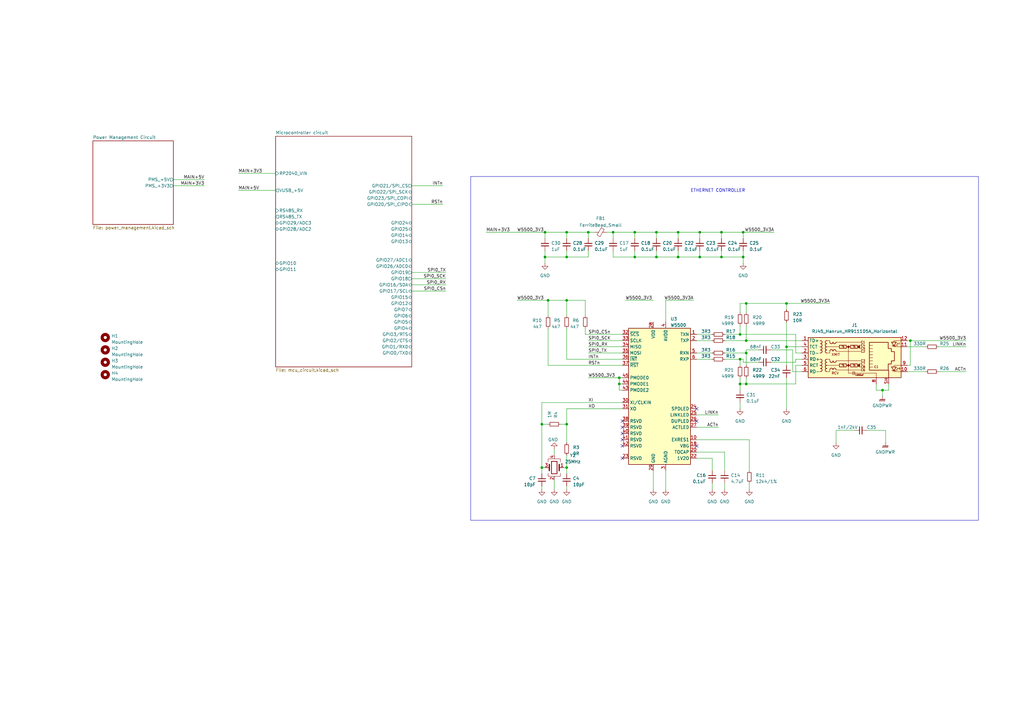
<source format=kicad_sch>
(kicad_sch (version 20231120) (generator "eeschema") (generator_version "8.0")
  (paper "A3")
  (title_block (title "teste_kicad") (date "2024-MM-DD") (rev "1") (company "Gabriel"))
  (lib_symbols
    (symbol "Connector:RJ45_Hanrun_HR911105A_Horizontal"
      (property "Reference" "J" (at 18.415 10.16 0))
      (property "Value" "RJ45_Hanrun_HR911105A_Horizontal" (at -19.05 10.16 0))
      (symbol "RJ45_Hanrun_HR911105A_Horizontal_0_0"
        (circle (center -1.27 -2.54) (radius 0.0001) (stroke (width 0.508)))
        (circle (center -1.27 5.08) (radius 0.0001) (stroke (width 0.508)))
        (polyline (pts (xy -1.27 5.08) (xy -1.27 -5.715)))
        (polyline (pts (xy 0.635 -5.08) (xy 0.635 -6.35)) (stroke (width 0.254)))
        (polyline (pts (xy 1.27 -5.08) (xy 1.27 -6.35)) (stroke (width 0.254)))
        (polyline (pts (xy 3.048 -2.54) (xy 2.54 -2.54)))
        (polyline (pts (xy 3.048 5.08) (xy 2.54 5.08)))
        (polyline (pts (xy 17.399 -3.175) (xy 17.399 -2.54) (xy 20.32 -2.54)))
        (polyline (pts (xy 17.399 6.985) (xy 17.399 7.62) (xy 20.32 7.62)))
        (polyline (pts (xy 20.32 -5.08) (xy 17.399 -5.08) (xy 17.399 -4.572)))
        (polyline (pts (xy 20.32 5.08) (xy 17.399 5.08) (xy 17.399 5.588)))
        (polyline (pts (xy 3.683 -1.905) (xy 3.048 -1.905) (xy 3.048 -3.175) (xy 3.683 -3.175)))
        (polyline (pts (xy 3.683 5.715) (xy 3.048 5.715) (xy 3.048 4.445) (xy 3.683 4.445)))
        (circle (center 3.048 -2.54) (radius 0.0001) (stroke (width 0.508)))
        (circle (center 3.048 5.08) (radius 0.0001) (stroke (width 0.508)))
        (text "C1" (at 4.699 6.985 0) (effects (font (size 0.889 0.889))))
        (text "C1" (at 10.16 -3.175 0) (effects (font (size 0.889 0.889))))
        (text "C2" (at 4.699 3.175 0) (effects (font (size 0.889 0.889))))
        (text "C3" (at 4.699 -0.635 0) (effects (font (size 0.889 0.889))))
        (text "C4" (at 4.699 5.715 0) (effects (font (size 0.889 0.889))))
        (text "C5" (at 4.699 4.445 0) (effects (font (size 0.889 0.889))))
        (text "C6" (at 4.699 -4.445 0) (effects (font (size 0.889 0.889))))
        (text "C7" (at 4.699 -1.905 0) (effects (font (size 0.889 0.889))))
        (text "C8" (at 4.699 -3.175 0) (effects (font (size 0.889 0.889))))
        (text "RCV" (at -8.255 -5.715 0) (effects (font (size 1.016 1.016)) (justify left)))
        (text "XMIT" (at -8.255 1.905 0) (effects (font (size 1.016 1.016)) (justify left)))
      )
      (symbol "RJ45_Hanrun_HR911105A_Horizontal_0_1"
        (rectangle (start -17.78 8.89) (end 20.32 -7.62) (stroke (width 0.254)) (fill (type background)))
        (polyline (pts (xy -12.7 -5.08) (xy -13.081 -5.08)))
        (polyline (pts (xy -12.7 -2.54) (xy -13.081 -2.54)))
        (polyline (pts (xy -12.7 0) (xy -13.081 0)))
        (polyline (pts (xy -12.7 2.54) (xy -13.081 2.54)))
        (polyline (pts (xy -12.7 5.08) (xy -13.081 5.08)))
        (polyline (pts (xy -12.7 7.62) (xy -13.081 7.62)))
        (polyline (pts (xy -6.35 -4.445) (xy 3.683 -4.445)))
        (polyline (pts (xy -6.35 3.175) (xy 3.683 3.175)))
        (polyline (pts (xy -6.35 6.985) (xy 3.683 6.985)))
        (polyline (pts (xy -6.223 -0.635) (xy 3.683 -0.635)))
        (polyline (pts (xy -5.08 -2.54) (xy -10.16 -2.54)))
        (polyline (pts (xy -4.953 5.08) (xy -10.16 5.08)))
        (polyline (pts (xy -2.159 -2.54) (xy -0.381 -2.54)))
        (polyline (pts (xy -2.159 5.08) (xy -0.381 5.08)))
        (polyline (pts (xy 0.635 -5.715) (xy -1.27 -5.715)))
        (polyline (pts (xy 7.4295 -1.9685) (xy 8.6995 -1.9685)))
        (polyline (pts (xy 7.4295 -0.6985) (xy 8.6995 -0.6985)))
        (polyline (pts (xy 7.4295 0.5715) (xy 8.6995 0.5715)))
        (polyline (pts (xy 7.4295 1.8415) (xy 8.6995 1.8415)))
        (polyline (pts (xy 7.4295 3.1115) (xy 8.6995 3.1115)))
        (polyline (pts (xy 8.6995 -3.2385) (xy 7.4295 -3.2385)))
        (polyline (pts (xy 8.6995 4.3815) (xy 7.4295 4.3815)))
        (polyline (pts (xy 8.6995 5.6515) (xy 7.4295 5.6515)))
        (polyline (pts (xy 10.16 -5.715) (xy 1.27 -5.715)))
        (polyline (pts (xy 10.16 -5.715) (xy 10.16 -7.62)))
        (polyline (pts (xy -10.16 0) (xy -8.89 0) (xy -8.89 -0.635)))
        (polyline (pts (xy -10.16 7.62) (xy -8.89 7.62) (xy -8.89 6.985)))
        (polyline (pts (xy -8.89 -4.445) (xy -8.89 -5.08) (xy -10.16 -5.08)))
        (polyline (pts (xy -8.89 3.175) (xy -8.89 2.54) (xy -10.16 2.54)))
      )
      (symbol "RJ45_Hanrun_HR911105A_Horizontal_1_0"
        (text "1000pF" (at 3.302 -6.477 0) (effects (font (size 0.635 0.635))))
      )
      (symbol "RJ45_Hanrun_HR911105A_Horizontal_1_1"
        (arc (start -12.7 -1.27) (mid -12.0677 -0.635) (end -12.7 0) (stroke (width 0.254)))
        (arc (start -12.6973 -5.08) (mid -12.065 -4.445) (end -12.6973 -3.81) (stroke (width 0.254)))
        (arc (start -12.6973 -3.81) (mid -12.065 -3.175) (end -12.6973 -2.54) (stroke (width 0.254)))
        (arc (start -12.6973 -2.54) (mid -12.065 -1.905) (end -12.6973 -1.27) (stroke (width 0.254)))
        (arc (start -12.6973 6.35) (mid -12.065 6.985) (end -12.6973 7.62) (stroke (width 0.254)))
        (arc (start -12.6946 2.54) (mid -12.0623 3.175) (end -12.6946 3.81) (stroke (width 0.254)))
        (arc (start -12.6946 3.81) (mid -12.0623 4.445) (end -12.6946 5.08) (stroke (width 0.254)))
        (arc (start -12.6946 5.08) (mid -12.0623 5.715) (end -12.6946 6.35) (stroke (width 0.254)))
        (arc (start -10.1654 -2.54) (mid -10.7977 -3.175) (end -10.1654 -3.81) (stroke (width 0.254)))
        (arc (start -10.1654 -1.27) (mid -10.7977 -1.905) (end -10.1654 -2.54) (stroke (width 0.254)))
        (arc (start -10.1654 0) (mid -10.7977 -0.635) (end -10.1654 -1.27) (stroke (width 0.254)))
        (arc (start -10.1654 5.08) (mid -10.7977 4.445) (end -10.1654 3.81) (stroke (width 0.254)))
        (arc (start -10.1654 6.35) (mid -10.7977 5.715) (end -10.1654 5.08) (stroke (width 0.254)))
        (arc (start -10.1654 7.62) (mid -10.7977 6.985) (end -10.1654 6.35) (stroke (width 0.254)))
        (arc (start -10.1627 -3.81) (mid -10.795 -4.445) (end -10.1627 -5.08) (stroke (width 0.254)))
        (arc (start -10.1627 3.81) (mid -10.795 3.175) (end -10.1627 2.54) (stroke (width 0.254)))
        (arc (start -8.89 6.9823) (mid -8.255 6.35) (end -7.62 6.9823) (stroke (width 0.254)))
        (arc (start -8.8265 -0.7012) (mid -8.1915 -1.3335) (end -7.5565 -0.7012) (stroke (width 0.254)))
        (arc (start -7.62 -4.3153) (mid -8.255 -3.683) (end -8.89 -4.3153) (stroke (width 0.254)))
        (arc (start -7.62 3.3047) (mid -8.255 3.937) (end -8.89 3.3047) (stroke (width 0.254)))
        (arc (start -7.62 6.985) (mid -6.985 6.3527) (end -6.35 6.985) (stroke (width 0.254)))
        (arc (start -7.5565 -0.6985) (mid -6.9215 -1.3308) (end -6.2865 -0.6985) (stroke (width 0.254)))
        (arc (start -6.35 -4.3126) (mid -6.985 -3.6803) (end -7.62 -4.3126) (stroke (width 0.254)))
        (arc (start -6.35 3.3074) (mid -6.985 3.9397) (end -7.62 3.3074) (stroke (width 0.254)))
        (rectangle (start -4.953 -1.905) (end -2.159 -3.175) (stroke (width 0.254)))
        (rectangle (start -4.953 5.715) (end -2.159 4.445) (stroke (width 0.254)))
        (rectangle (start -0.381 -1.905) (end 2.413 -3.175) (stroke (width 0.254)))
        (rectangle (start -0.381 5.715) (end 2.413 4.445) (stroke (width 0.254)))
        (polyline (pts (xy 15.24 -7.62) (xy 15.24 -4.572)) (stroke (width 0.254)))
        (polyline (pts (xy 18.161 -4.699) (xy 16.637 -4.699)) (stroke (width 0.254)))
        (polyline (pts (xy 18.161 5.461) (xy 16.637 5.461)) (stroke (width 0.254)))
        (polyline (pts (xy 18.796 -4.572) (xy 18.796 -4.318)))
        (polyline (pts (xy 18.796 5.588) (xy 18.796 5.842)))
        (polyline (pts (xy 19.05 -3.937) (xy 19.05 -3.683)))
        (polyline (pts (xy 19.05 6.223) (xy 19.05 6.477)))
        (polyline (pts (xy 18.288 -4.064) (xy 18.796 -4.572) (xy 18.542 -4.572)))
        (polyline (pts (xy 18.288 6.096) (xy 18.796 5.588) (xy 18.542 5.588)))
        (polyline (pts (xy 18.542 -3.429) (xy 19.05 -3.937) (xy 18.796 -3.937)))
        (polyline (pts (xy 18.542 6.731) (xy 19.05 6.223) (xy 18.796 6.223)))
        (polyline (pts (xy 18.288 -3.175) (xy 16.383 -3.175) (xy 17.399 -4.699) (xy 18.288 -3.175)) (stroke (width 0.254)))
        (polyline (pts (xy 18.288 6.985) (xy 16.383 6.985) (xy 17.399 5.461) (xy 18.288 6.985)) (stroke (width 0.254)))
        (polyline (pts (xy 7.3025 -4.5085) (xy 7.3025 6.9215) (xy 15.0495 6.9215) (xy 15.0495 4.3815) (xy 16.3195 4.3815) (xy 16.3195 3.1115) (xy 17.5895 3.1115) (xy 17.5895 -0.6985) (xy 16.3195 -0.6985) (xy 16.3195 -1.9685) (xy 15.0495 -1.9685) (xy 15.0495 -4.5085) (xy 7.3025 -4.5085)) (stroke (width 0.254)))
        (text "75" (at -3.556 -2.54 0) (effects (font (size 0.635 0.635))))
        (text "75" (at -3.556 5.08 0) (effects (font (size 0.635 0.635))))
        (text "75" (at 1.016 -2.54 0) (effects (font (size 0.635 0.635))))
        (text "75" (at 1.016 5.08 0) (effects (font (size 0.635 0.635))))
        (text "G" (at 19.685 -3.81 0) (effects (font (size 0.635 0.635))))
        (text "Y" (at 19.558 6.35 0) (effects (font (size 0.635 0.635))))
        (pin passive line (at -20.32 7.62 0) (length 2.54) (name "TD+") (number "1"))
        (pin passive line (at 22.86 -5.08 180) (length 2.54) (name "") (number "10"))
        (pin passive line (at 22.86 5.08 180) (length 2.54) (name "") (number "11"))
        (pin passive line (at 22.86 7.62 180) (length 2.54) (name "") (number "12"))
        (pin passive line (at -20.32 2.54 0) (length 2.54) (name "TD-") (number "2"))
        (pin passive line (at -20.32 0 0) (length 2.54) (name "RD+") (number "3"))
        (pin passive line (at -20.32 5.08 0) (length 2.54) (name "TCT") (number "4"))
        (pin passive line (at -20.32 -2.54 0) (length 2.54) (name "RCT") (number "5"))
        (pin passive line (at -20.32 -5.08 0) (length 2.54) (name "RD-") (number "6"))
        (pin no_connect line (at 20.32 0 0) (length 0) hide (name "NC") (number "7"))
        (pin power_in line (at 10.16 -10.16 90) (length 2.54) (name "") (number "8"))
        (pin passive line (at 22.86 -2.54 180) (length 2.54) (name "") (number "9"))
        (pin passive line (at 15.24 -10.16 90) (length 2.54) (name "") (number "SH"))
      )
    )
    (symbol "Device:C_Small" (pin_numbers hide) (pin_names (offset 0.254) hide)
      (property "Reference" "C" (at 0.254 1.778 0))
      (property "Value" "C_Small" (at 0.254 -2.032 0))
      (symbol "C_Small_0_1"
        (polyline (pts (xy -1.524 -0.508) (xy 1.524 -0.508)) (stroke (width 0.3302)))
        (polyline (pts (xy -1.524 0.508) (xy 1.524 0.508)) (stroke (width 0.3048)))
      )
      (symbol "C_Small_1_1"
        (pin passive line (at 0 2.54 270) (length 2.032) (name "~") (number "1"))
        (pin passive line (at 0 -2.54 90) (length 2.032) (name "~") (number "2"))
      )
    )
    (symbol "Device:Crystal_GND24" (pin_names (offset 1.016) hide)
      (property "Reference" "Y" (at 3.175 5.08 0))
      (property "Value" "Crystal_GND24" (at 3.175 3.175 0))
      (symbol "Crystal_GND24_0_1"
        (rectangle (start -1.143 2.54) (end 1.143 -2.54) (stroke (width 0.3048)))
        (polyline (pts (xy -2.54 0) (xy -2.032 0)))
        (polyline (pts (xy -2.032 -1.27) (xy -2.032 1.27)) (stroke (width 0.508)))
        (polyline (pts (xy 0 -3.81) (xy 0 -3.556)))
        (polyline (pts (xy 0 3.556) (xy 0 3.81)))
        (polyline (pts (xy 2.032 -1.27) (xy 2.032 1.27)) (stroke (width 0.508)))
        (polyline (pts (xy 2.032 0) (xy 2.54 0)))
        (polyline (pts (xy -2.54 -2.286) (xy -2.54 -3.556) (xy 2.54 -3.556) (xy 2.54 -2.286)))
        (polyline (pts (xy -2.54 2.286) (xy -2.54 3.556) (xy 2.54 3.556) (xy 2.54 2.286)))
      )
      (symbol "Crystal_GND24_1_1"
        (pin passive line (at -3.81 0 0) (length 1.27) (name "1") (number "1"))
        (pin passive line (at 0 5.08 270) (length 1.27) (name "2") (number "2"))
        (pin passive line (at 3.81 0 180) (length 1.27) (name "3") (number "3"))
        (pin passive line (at 0 -5.08 90) (length 1.27) (name "4") (number "4"))
      )
    )
    (symbol "Device:FerriteBead_Small" (pin_numbers hide) (pin_names (offset 0))
      (property "Reference" "FB" (at 1.905 1.27 0))
      (property "Value" "FerriteBead_Small" (at 1.905 -1.27 0))
      (symbol "FerriteBead_Small_0_1"
        (polyline (pts (xy 0 -1.27) (xy 0 -0.7874)))
        (polyline (pts (xy 0 0.889) (xy 0 1.2954)))
        (polyline (pts (xy -1.8288 0.2794) (xy -1.1176 1.4986) (xy 1.8288 -0.2032) (xy 1.1176 -1.4224) (xy -1.8288 0.2794)))
      )
      (symbol "FerriteBead_Small_1_1"
        (pin passive line (at 0 2.54 270) (length 1.27) (name "~") (number "1"))
        (pin passive line (at 0 -2.54 90) (length 1.27) (name "~") (number "2"))
      )
    )
    (symbol "Device:R_Small" (pin_numbers hide) (pin_names (offset 0.254) hide)
      (property "Reference" "R" (at 0.762 0.508 0))
      (property "Value" "R_Small" (at 0.762 -1.016 0))
      (symbol "R_Small_0_1"
        (rectangle (start -0.762 1.778) (end 0.762 -1.778) (stroke (width 0.2032)))
      )
      (symbol "R_Small_1_1"
        (pin passive line (at 0 2.54 270) (length 0.762) (name "~") (number "1"))
        (pin passive line (at 0 -2.54 90) (length 0.762) (name "~") (number "2"))
      )
    )
    (symbol "Interface_Ethernet:W5500"
      (property "Reference" "U" (at -11.43 29.21 0))
      (property "Value" "W5500" (at 8.89 29.21 0))
      (symbol "W5500_0_1"
        (rectangle (start -12.7 27.94) (end 12.7 -27.94) (stroke (width 0.254)) (fill (type background)))
      )
      (symbol "W5500_1_1"
        (pin output line (at 15.24 25.4 180) (length 2.54) (name "TXN") (number "1"))
        (pin passive line (at 15.24 -17.78 180) (length 2.54) (name "EXRES1") (number "10"))
        (pin passive line (at 2.54 30.48 270) (length 2.54) hide (name "AVDD") (number "11"))
        (pin no_connect line (at 12.7 7.62 180) (length 2.54) hide (name "NC") (number "12"))
        (pin no_connect line (at 12.7 5.08 180) (length 2.54) hide (name "NC") (number "13"))
        (pin passive line (at 2.54 -30.48 90) (length 2.54) hide (name "AGND") (number "14"))
        (pin passive line (at 2.54 30.48 270) (length 2.54) hide (name "AVDD") (number "15"))
        (pin passive line (at 2.54 -30.48 90) (length 2.54) hide (name "AGND") (number "16"))
        (pin passive line (at 2.54 30.48 270) (length 2.54) hide (name "AVDD") (number "17"))
        (pin passive line (at 15.24 -20.32 180) (length 2.54) (name "VBG") (number "18"))
        (pin passive line (at 2.54 -30.48 90) (length 2.54) hide (name "AGND") (number "19"))
        (pin output line (at 15.24 22.86 180) (length 2.54) (name "TXP") (number "2"))
        (pin passive line (at 15.24 -22.86 180) (length 2.54) (name "TOCAP") (number "20"))
        (pin passive line (at 2.54 30.48 270) (length 2.54) hide (name "AVDD") (number "21"))
        (pin output line (at 15.24 -25.4 180) (length 2.54) (name "1V2O") (number "22"))
        (pin input line (at -15.24 -25.4 0) (length 2.54) (name "RSVD") (number "23"))
        (pin output line (at 15.24 -5.08 180) (length 2.54) (name "SPDLED") (number "24"))
        (pin output line (at 15.24 -7.62 180) (length 2.54) (name "LINKLED") (number "25"))
        (pin output line (at 15.24 -10.16 180) (length 2.54) (name "DUPLED") (number "26"))
        (pin output line (at 15.24 -12.7 180) (length 2.54) (name "ACTLED") (number "27"))
        (pin power_in line (at -2.54 30.48 270) (length 2.54) (name "VDD") (number "28"))
        (pin power_in line (at -2.54 -30.48 90) (length 2.54) (name "GND") (number "29"))
        (pin power_in line (at 2.54 -30.48 90) (length 2.54) (name "AGND") (number "3"))
        (pin input line (at -15.24 -2.54 0) (length 2.54) (name "XI/CLKIN") (number "30"))
        (pin output line (at -15.24 -5.08 0) (length 2.54) (name "XO") (number "31"))
        (pin input line (at -15.24 25.4 0) (length 2.54) (name "~{SCS}") (number "32"))
        (pin input line (at -15.24 22.86 0) (length 2.54) (name "SCLK") (number "33"))
        (pin output line (at -15.24 20.32 0) (length 2.54) (name "MISO") (number "34"))
        (pin input line (at -15.24 17.78 0) (length 2.54) (name "MOSI") (number "35"))
        (pin input line (at -15.24 15.24 0) (length 2.54) (name "~{INT}") (number "36"))
        (pin input line (at -15.24 12.7 0) (length 2.54) (name "~{RST}") (number "37"))
        (pin input line (at -15.24 -10.16 0) (length 2.54) (name "RSVD") (number "38"))
        (pin input line (at -15.24 -12.7 0) (length 2.54) (name "RSVD") (number "39"))
        (pin power_in line (at 2.54 30.48 270) (length 2.54) (name "AVDD") (number "4"))
        (pin input line (at -15.24 -15.24 0) (length 2.54) (name "RSVD") (number "40"))
        (pin input line (at -15.24 -17.78 0) (length 2.54) (name "RSVD") (number "41"))
        (pin input line (at -15.24 -20.32 0) (length 2.54) (name "RSVD") (number "42"))
        (pin input line (at -15.24 2.54 0) (length 2.54) (name "PMODE2") (number "43"))
        (pin input line (at -15.24 5.08 0) (length 2.54) (name "PMODE1") (number "44"))
        (pin input line (at -15.24 7.62 0) (length 2.54) (name "PMODE0") (number "45"))
        (pin no_connect line (at 12.7 2.54 180) (length 2.54) hide (name "NC") (number "46"))
        (pin no_connect line (at 12.7 0 180) (length 2.54) hide (name "NC") (number "47"))
        (pin passive line (at 2.54 -30.48 90) (length 2.54) hide (name "AGND") (number "48"))
        (pin input line (at 15.24 17.78 180) (length 2.54) (name "RXN") (number "5"))
        (pin input line (at 15.24 15.24 180) (length 2.54) (name "RXP") (number "6"))
        (pin no_connect line (at 12.7 10.16 180) (length 2.54) hide (name "DNC") (number "7"))
        (pin passive line (at 2.54 30.48 270) (length 2.54) hide (name "AVDD") (number "8"))
        (pin passive line (at 2.54 -30.48 90) (length 2.54) hide (name "AGND") (number "9"))
      )
    )
    (symbol "Mechanical:MountingHole" (pin_names (offset 1.016))
      (property "Reference" "H" (at 0 5.08 0))
      (property "Value" "MountingHole" (at 0 3.175 0))
      (symbol "MountingHole_0_1"
        (circle (center 0 0) (radius 1.27) (stroke (width 1.27)))
      )
    )
    (symbol "power:GND" (power) (pin_names (offset 0))
      (property "Value" "GND" (at 0 -3.81 0))
      (symbol "GND_0_1"
        (polyline (pts (xy 0 0) (xy 0 -1.27) (xy 1.27 -1.27) (xy 0 -2.54) (xy -1.27 -1.27) (xy 0 -1.27)))
      )
      (symbol "GND_1_1"
        (pin power_in line (at 0 0 270) (length 0) hide (name "GND") (number "1"))
      )
    )
    (symbol "power:GNDPWR" (power) (pin_numbers hide) (pin_names (offset 0) hide)
      (property "Value" "GNDPWR" (at 0 -3.302 0))
      (symbol "GNDPWR_0_1"
        (polyline (pts (xy 0 -1.27) (xy 0 0)))
        (polyline (pts (xy -1.016 -1.27) (xy -1.27 -2.032) (xy -1.27 -2.032)) (stroke (width 0.2032)))
        (polyline (pts (xy -0.508 -1.27) (xy -0.762 -2.032) (xy -0.762 -2.032)) (stroke (width 0.2032)))
        (polyline (pts (xy 0 -1.27) (xy -0.254 -2.032) (xy -0.254 -2.032)) (stroke (width 0.2032)))
        (polyline (pts (xy 0.508 -1.27) (xy 0.254 -2.032) (xy 0.254 -2.032)) (stroke (width 0.2032)))
        (polyline (pts (xy 1.016 -1.27) (xy -1.016 -1.27) (xy -1.016 -1.27)) (stroke (width 0.2032)))
        (polyline (pts (xy 1.016 -1.27) (xy 0.762 -2.032) (xy 0.762 -2.032) (xy 0.762 -2.032)) (stroke (width 0.2032)))
      )
      (symbol "GNDPWR_1_1"
        (pin power_in line (at 0 0 270) (length 0) (name "~") (number "1"))
      )
    )
  )
  (junction (at 223.52 95.25))
  (junction (at 303.53 147.32))
  (junction (at 232.41 191.77))
  (junction (at 232.41 95.25))
  (junction (at 306.07 124.46))
  (junction (at 295.91 105.41))
  (junction (at 322.58 142.24))
  (junction (at 304.8 105.41))
  (junction (at 260.35 95.25))
  (junction (at 287.02 105.41))
  (junction (at 361.95 160.02))
  (junction (at 269.24 95.25))
  (junction (at 373.38 139.7))
  (junction (at 287.02 95.25))
  (junction (at 260.35 105.41))
  (junction (at 306.07 157.48))
  (junction (at 306.07 144.78))
  (junction (at 223.52 105.41))
  (junction (at 224.79 123.19))
  (junction (at 278.13 105.41))
  (junction (at 251.46 95.25))
  (junction (at 254 154.94))
  (junction (at 241.3 95.25))
  (junction (at 295.91 95.25))
  (junction (at 232.41 173.99))
  (junction (at 232.41 105.41))
  (junction (at 269.24 105.41))
  (junction (at 304.8 95.25))
  (junction (at 303.53 137.16))
  (junction (at 254 157.48))
  (junction (at 303.53 157.48))
  (junction (at 322.58 124.46))
  (junction (at 232.41 123.19))
  (junction (at 306.07 139.7))
  (junction (at 222.25 173.99))
  (junction (at 278.13 95.25))
  (junction (at 222.25 191.77))
  (no_connect (at 255.27 180.34))
  (no_connect (at 285.75 182.88))
  (no_connect (at 255.27 175.26))
  (no_connect (at 255.27 187.96))
  (no_connect (at 255.27 172.72))
  (no_connect (at 285.75 172.72))
  (no_connect (at 255.27 182.88))
  (no_connect (at 255.27 177.8))
  (no_connect (at 285.75 167.64))
  (wire (pts (xy 181.61 83.82) (xy 168.91 83.82)))
  (wire (pts (xy 295.91 105.41) (xy 304.8 105.41)))
  (wire (pts (xy 295.91 95.25) (xy 304.8 95.25)))
  (wire (pts (xy 304.8 95.25) (xy 317.5 95.25)))
  (wire (pts (xy 223.52 105.41) (xy 223.52 107.95)))
  (wire (pts (xy 361.95 160.02) (xy 361.95 162.56)))
  (wire (pts (xy 307.34 180.34) (xy 285.75 180.34)))
  (wire (pts (xy 292.1 193.04) (xy 292.1 187.96)))
  (wire (pts (xy 232.41 95.25) (xy 223.52 95.25)))
  (wire (pts (xy 240.03 129.54) (xy 240.03 123.19)))
  (wire (pts (xy 285.75 144.78) (xy 292.1 144.78)))
  (wire (pts (xy 297.18 198.12) (xy 297.18 200.66)))
  (wire (pts (xy 326.39 137.16) (xy 303.53 137.16)))
  (wire (pts (xy 241.3 95.25) (xy 243.84 95.25)))
  (wire (pts (xy 278.13 95.25) (xy 269.24 95.25)))
  (wire (pts (xy 241.3 95.25) (xy 232.41 95.25)))
  (wire (pts (xy 260.35 102.87) (xy 260.35 105.41)))
  (wire (pts (xy 224.79 149.86) (xy 224.79 134.62)))
  (wire (pts (xy 232.41 129.54) (xy 232.41 123.19)))
  (wire (pts (xy 223.52 95.25) (xy 223.52 97.79)))
  (wire (pts (xy 232.41 95.25) (xy 232.41 97.79)))
  (wire (pts (xy 396.24 152.4) (xy 384.81 152.4)))
  (wire (pts (xy 328.93 149.86) (xy 326.39 149.86)))
  (wire (pts (xy 232.41 173.99) (xy 232.41 181.61)))
  (wire (pts (xy 303.53 133.35) (xy 303.53 137.16)))
  (wire (pts (xy 254 160.02) (xy 254 157.48)))
  (wire (pts (xy 363.22 176.53) (xy 355.6 176.53)))
  (wire (pts (xy 255.27 137.16) (xy 240.03 137.16)))
  (wire (pts (xy 311.15 143.51) (xy 306.07 143.51)))
  (wire (pts (xy 372.11 149.86) (xy 373.38 149.86)))
  (wire (pts (xy 364.49 160.02) (xy 364.49 157.48)))
  (wire (pts (xy 232.41 147.32) (xy 232.41 134.62)))
  (wire (pts (xy 222.25 199.39) (xy 222.25 200.66)))
  (wire (pts (xy 251.46 102.87) (xy 251.46 105.41)))
  (wire (pts (xy 168.91 76.2) (xy 181.61 76.2)))
  (wire (pts (xy 342.9 176.53) (xy 350.52 176.53)))
  (wire (pts (xy 227.33 184.15) (xy 227.33 186.69)))
  (wire (pts (xy 303.53 147.32) (xy 297.18 147.32)))
  (wire (pts (xy 361.95 160.02) (xy 364.49 160.02)))
  (wire (pts (xy 322.58 142.24) (xy 322.58 149.86)))
  (wire (pts (xy 260.35 95.25) (xy 251.46 95.25)))
  (wire (pts (xy 303.53 157.48) (xy 306.07 157.48)))
  (wire (pts (xy 223.52 102.87) (xy 223.52 105.41)))
  (wire (pts (xy 182.88 111.76) (xy 168.91 111.76)))
  (wire (pts (xy 304.8 147.32) (xy 303.53 147.32)))
  (wire (pts (xy 71.12 76.2) (xy 83.82 76.2)))
  (wire (pts (xy 297.18 139.7) (xy 306.07 139.7)))
  (wire (pts (xy 322.58 132.08) (xy 322.58 142.24)))
  (wire (pts (xy 241.3 139.7) (xy 255.27 139.7)))
  (wire (pts (xy 71.12 73.66) (xy 83.82 73.66)))
  (wire (pts (xy 251.46 95.25) (xy 251.46 97.79)))
  (wire (pts (xy 269.24 102.87) (xy 269.24 105.41)))
  (wire (pts (xy 255.27 147.32) (xy 232.41 147.32)))
  (wire (pts (xy 241.3 144.78) (xy 255.27 144.78)))
  (wire (pts (xy 241.3 154.94) (xy 254 154.94)))
  (wire (pts (xy 232.41 191.77) (xy 231.14 191.77)))
  (wire (pts (xy 267.97 193.04) (xy 267.97 200.66)))
  (wire (pts (xy 241.3 102.87) (xy 241.3 105.41)))
  (wire (pts (xy 285.75 139.7) (xy 292.1 139.7)))
  (wire (pts (xy 97.79 71.12) (xy 113.03 71.12)))
  (wire (pts (xy 373.38 149.86) (xy 373.38 139.7)))
  (wire (pts (xy 372.11 152.4) (xy 379.73 152.4)))
  (wire (pts (xy 326.39 157.48) (xy 306.07 157.48)))
  (wire (pts (xy 307.34 198.12) (xy 307.34 200.66)))
  (wire (pts (xy 232.41 102.87) (xy 232.41 105.41)))
  (wire (pts (xy 267.97 123.19) (xy 256.54 123.19)))
  (wire (pts (xy 273.05 123.19) (xy 273.05 132.08)))
  (wire (pts (xy 326.39 144.78) (xy 326.39 137.16)))
  (wire (pts (xy 232.41 123.19) (xy 240.03 123.19)))
  (wire (pts (xy 303.53 157.48) (xy 303.53 160.02)))
  (wire (pts (xy 199.39 95.25) (xy 223.52 95.25)))
  (wire (pts (xy 212.09 123.19) (xy 224.79 123.19)))
  (wire (pts (xy 297.18 185.42) (xy 297.18 193.04)))
  (wire (pts (xy 248.92 95.25) (xy 251.46 95.25)))
  (wire (pts (xy 241.3 142.24) (xy 255.27 142.24)))
  (wire (pts (xy 295.91 95.25) (xy 287.02 95.25)))
  (wire (pts (xy 222.25 165.1) (xy 255.27 165.1)))
  (wire (pts (xy 260.35 95.25) (xy 260.35 97.79)))
  (wire (pts (xy 292.1 198.12) (xy 292.1 200.66)))
  (wire (pts (xy 303.53 149.86) (xy 303.53 147.32)))
  (wire (pts (xy 306.07 144.78) (xy 306.07 149.86)))
  (wire (pts (xy 297.18 144.78) (xy 306.07 144.78)))
  (wire (pts (xy 241.3 95.25) (xy 241.3 97.79)))
  (wire (pts (xy 240.03 137.16) (xy 240.03 134.62)))
  (wire (pts (xy 287.02 95.25) (xy 287.02 97.79)))
  (wire (pts (xy 363.22 181.61) (xy 363.22 176.53)))
  (wire (pts (xy 232.41 105.41) (xy 241.3 105.41)))
  (wire (pts (xy 325.12 143.51) (xy 316.23 143.51)))
  (wire (pts (xy 304.8 148.59) (xy 304.8 147.32)))
  (wire (pts (xy 224.79 123.19) (xy 224.79 129.54)))
  (wire (pts (xy 326.39 147.32) (xy 328.93 147.32)))
  (wire (pts (xy 97.79 78.105) (xy 113.03 78.105)))
  (wire (pts (xy 373.38 139.7) (xy 396.24 139.7)))
  (wire (pts (xy 168.91 119.38) (xy 182.88 119.38)))
  (wire (pts (xy 303.53 137.16) (xy 297.18 137.16)))
  (wire (pts (xy 306.07 139.7) (xy 306.07 133.35)))
  (wire (pts (xy 168.91 116.84) (xy 182.88 116.84)))
  (wire (pts (xy 306.07 124.46) (xy 306.07 128.27)))
  (wire (pts (xy 304.8 105.41) (xy 304.8 102.87)))
  (wire (pts (xy 306.07 157.48) (xy 306.07 154.94)))
  (wire (pts (xy 304.8 97.79) (xy 304.8 95.25)))
  (wire (pts (xy 303.53 154.94) (xy 303.53 157.48)))
  (wire (pts (xy 255.27 160.02) (xy 254 160.02)))
  (wire (pts (xy 260.35 105.41) (xy 269.24 105.41)))
  (wire (pts (xy 303.53 165.1) (xy 303.53 167.64)))
  (wire (pts (xy 269.24 95.25) (xy 269.24 97.79)))
  (wire (pts (xy 269.24 105.41) (xy 278.13 105.41)))
  (wire (pts (xy 278.13 102.87) (xy 278.13 105.41)))
  (wire (pts (xy 287.02 95.25) (xy 278.13 95.25)))
  (wire (pts (xy 224.79 123.19) (xy 232.41 123.19)))
  (wire (pts (xy 229.87 173.99) (xy 232.41 173.99)))
  (wire (pts (xy 304.8 105.41) (xy 304.8 107.95)))
  (wire (pts (xy 227.33 196.85) (xy 227.33 200.66)))
  (wire (pts (xy 328.93 152.4) (xy 325.12 152.4)))
  (wire (pts (xy 294.64 175.26) (xy 285.75 175.26)))
  (wire (pts (xy 232.41 167.64) (xy 232.41 173.99)))
  (wire (pts (xy 222.25 173.99) (xy 224.79 173.99)))
  (wire (pts (xy 278.13 95.25) (xy 278.13 97.79)))
  (wire (pts (xy 255.27 157.48) (xy 254 157.48)))
  (wire (pts (xy 232.41 199.39) (xy 232.41 200.66)))
  (wire (pts (xy 254 154.94) (xy 255.27 154.94)))
  (wire (pts (xy 316.23 148.59) (xy 326.39 148.59)))
  (wire (pts (xy 396.24 142.24) (xy 384.81 142.24)))
  (wire (pts (xy 322.58 142.24) (xy 328.93 142.24)))
  (wire (pts (xy 232.41 167.64) (xy 255.27 167.64)))
  (wire (pts (xy 251.46 105.41) (xy 260.35 105.41)))
  (wire (pts (xy 342.9 181.61) (xy 342.9 176.53)))
  (wire (pts (xy 292.1 187.96) (xy 285.75 187.96)))
  (wire (pts (xy 254 157.48) (xy 254 154.94)))
  (wire (pts (xy 326.39 149.86) (xy 326.39 157.48)))
  (wire (pts (xy 168.91 114.3) (xy 182.88 114.3)))
  (wire (pts (xy 223.52 191.77) (xy 222.25 191.77)))
  (wire (pts (xy 307.34 193.04) (xy 307.34 180.34)))
  (wire (pts (xy 273.05 193.04) (xy 273.05 200.66)))
  (wire (pts (xy 328.93 144.78) (xy 326.39 144.78)))
  (wire (pts (xy 325.12 152.4) (xy 325.12 143.51)))
  (wire (pts (xy 295.91 102.87) (xy 295.91 105.41)))
  (wire (pts (xy 232.41 186.69) (xy 232.41 191.77)))
  (wire (pts (xy 222.25 173.99) (xy 222.25 165.1)))
  (wire (pts (xy 322.58 154.94) (xy 322.58 167.64)))
  (wire (pts (xy 303.53 124.46) (xy 306.07 124.46)))
  (wire (pts (xy 285.75 185.42) (xy 297.18 185.42)))
  (wire (pts (xy 306.07 124.46) (xy 322.58 124.46)))
  (wire (pts (xy 359.41 160.02) (xy 361.95 160.02)))
  (wire (pts (xy 222.25 173.99) (xy 222.25 191.77)))
  (wire (pts (xy 294.64 170.18) (xy 285.75 170.18)))
  (wire (pts (xy 269.24 95.25) (xy 260.35 95.25)))
  (wire (pts (xy 311.15 148.59) (xy 304.8 148.59)))
  (wire (pts (xy 287.02 105.41) (xy 295.91 105.41)))
  (wire (pts (xy 287.02 102.87) (xy 287.02 105.41)))
  (wire (pts (xy 372.11 142.24) (xy 379.73 142.24)))
  (wire (pts (xy 278.13 105.41) (xy 287.02 105.41)))
  (wire (pts (xy 303.53 124.46) (xy 303.53 128.27)))
  (wire (pts (xy 223.52 105.41) (xy 232.41 105.41)))
  (wire (pts (xy 322.58 124.46) (xy 340.36 124.46)))
  (wire (pts (xy 285.75 137.16) (xy 292.1 137.16)))
  (wire (pts (xy 295.91 95.25) (xy 295.91 97.79)))
  (wire (pts (xy 306.07 139.7) (xy 328.93 139.7)))
  (wire (pts (xy 372.11 139.7) (xy 373.38 139.7)))
  (wire (pts (xy 359.41 157.48) (xy 359.41 160.02)))
  (wire (pts (xy 322.58 124.46) (xy 322.58 127)))
  (wire (pts (xy 273.05 123.19) (xy 284.48 123.19)))
  (wire (pts (xy 224.79 149.86) (xy 255.27 149.86)))
  (wire (pts (xy 326.39 147.32) (xy 326.39 148.59)))
  (wire (pts (xy 306.07 143.51) (xy 306.07 144.78)))
  (wire (pts (xy 232.41 191.77) (xy 232.41 194.31)))
  (wire (pts (xy 285.75 147.32) (xy 292.1 147.32)))
  (wire (pts (xy 222.25 191.77) (xy 222.25 194.31)))
  (rectangle (start 193.04 72.39) (end 401.32 213.36))
  (text "ETHERNET CONTROLLER" (at 283.21 78.994 0) (effects (font (size 1.27 1.27)) (justify left bottom)))
  (label "RSTn" (at 181.61 83.82 180))
  (label "XI" (at 241.3 165.1 0))
  (label "SPI0_RX" (at 241.3 142.24 0))
  (label "MAIN+3V3" (at 97.79 71.12 0))
  (label "ACTn" (at 396.24 152.4 180))
  (label "W5500_3V3" (at 212.09 123.19 0))
  (label "INTn" (at 241.3 147.32 0))
  (label "SPI0_TX" (at 182.88 111.76 180))
  (label "SPI0_SCK" (at 182.88 114.3 180))
  (label "W5500_3V3A" (at 317.5 95.25 180))
  (label "MAIN+5V" (at 83.82 73.66 180))
  (label "LINKn" (at 396.24 142.24 180))
  (label "W5500_3V3A" (at 340.36 124.46 180))
  (label "SPI0_CSn" (at 241.3 137.16 0))
  (label "MAIN+5V" (at 97.79 78.105 0))
  (label "INTn" (at 181.61 76.2 180))
  (label "RSTn" (at 241.3 149.86 0))
  (label "MAIN+3V3" (at 83.82 76.2 180))
  (label "XO" (at 241.3 167.64 0))
  (label "SPI0_RX" (at 182.88 116.84 180))
  (label "SPI0_TX" (at 241.3 144.78 0))
  (label "W5500_3V3" (at 241.3 154.94 0))
  (label "LINKn" (at 294.64 170.18 180))
  (label "SPI0_SCK" (at 241.3 139.7 0))
  (label "W5500_3V3" (at 256.54 123.19 0))
  (label "W5500_3V3A" (at 284.48 123.19 180))
  (label "SPI0_CSn" (at 182.88 119.38 180))
  (label "W5500_3V3" (at 396.24 139.7 180))
  (label "W5500_3V3" (at 212.09 95.25 0))
  (label "MAIN+3V3" (at 199.39 95.25 0))
  (label "ACTn" (at 294.64 175.26 180))
  (symbol (lib_id "Device:C_Small") (at 297.18 195.58 0) (unit 1)
    (property "Reference" "C14" (at 299.72 194.9513 0) (effects (justify left)))
    (property "Value" "4.7uF" (at 299.72 197.4913 0) (effects (justify left)))
    (property "Footprint" "Capacitor_SMD:C_0402_1005Metric" (effects (hide yes)))
  )
  (symbol (lib_id "Device:C_Small") (at 260.35 100.33 0) (unit 1)
    (property "Reference" "C18" (at 262.89 99.7013 0) (effects (justify left)))
    (property "Value" "0.1uF" (at 262.89 102.2413 0) (effects (justify left)))
    (property "Footprint" "Capacitor_SMD:C_0402_1005Metric" (effects (hide yes)))
  )
  (symbol (lib_id "Device:R_Small") (at 382.27 142.24 90) (unit 1)
    (property "Reference" "R25" (at 387.35 140.97 90))
    (property "Value" "330R" (at 377.19 140.97 90))
    (property "Footprint" "Resistor_SMD:R_0402_1005Metric" (effects (hide yes)))
  )
  (symbol (lib_id "power:GNDPWR") (at 363.22 181.61 0) (unit 1)
    (property "Reference" "#PWR014" (effects (hide yes)))
    (property "Value" "GNDPWR" (at 363.093 185.42 0))
    (property "Description" "Power symbol creates a global label with name \"GNDPWR\" , global ground" (effects (hide yes)))
  )
  (symbol (lib_id "power:GND") (at 297.18 200.66 0) (unit 1)
    (property "Reference" "#PWR04" (effects (hide yes)))
    (property "Value" "GND" (at 297.18 205.74 0))
  )
  (symbol (lib_id "power:GND") (at 307.34 200.66 0) (unit 1)
    (property "Reference" "#PWR07" (effects (hide yes)))
    (property "Value" "GND" (at 307.34 205.74 0))
  )
  (symbol (lib_id "Device:FerriteBead_Small") (at 246.38 95.25 90) (unit 1)
    (property "Reference" "FB1" (at 246.3419 89.5817 90))
    (property "Value" "FerriteBead_Small" (at 246.3419 92.3568 90))
    (property "Footprint" "Inductor_SMD:L_0402_1005Metric" (effects (hide yes)))
    (property "Datasheet" "https://datasheet.lcsc.com/lcsc/1810311724_TDK-MPZ1005S100CT000_C275476.pdf" (effects (hide yes)))
    (property "LCSC Part" "C275476" (effects (hide yes)))
  )
  (symbol (lib_id "Device:C_Small") (at 304.8 100.33 0) (unit 1)
    (property "Reference" "C25" (at 307.34 99.7013 0) (effects (justify left)))
    (property "Value" "0.1uF" (at 307.34 102.2413 0) (effects (justify left)))
    (property "Footprint" "Capacitor_SMD:C_0402_1005Metric" (effects (hide yes)))
  )
  (symbol (lib_id "Device:R_Small") (at 232.41 132.08 0) (mirror y) (unit 1)
    (property "Reference" "R5" (at 229.87 131.445 0) (effects (justify left)))
    (property "Value" "4k7" (at 229.87 133.985 0) (effects (justify left)))
    (property "Footprint" "Resistor_SMD:R_0402_1005Metric" (effects (hide yes)))
  )
  (symbol (lib_id "Device:R_Small") (at 306.07 152.4 180) (unit 1)
    (property "Reference" "R22" (at 308.61 151.765 0) (effects (justify right)))
    (property "Value" "49R9" (at 308.61 154.305 0) (effects (justify right)))
    (property "Footprint" "Resistor_SMD:R_0402_1005Metric" (effects (hide yes)))
  )
  (symbol (lib_id "Device:R_Small") (at 294.64 144.78 90) (unit 1)
    (property "Reference" "R16" (at 299.72 143.51 90))
    (property "Value" "3R3" (at 289.56 143.51 90))
    (property "Footprint" "Resistor_SMD:R_0402_1005Metric" (effects (hide yes)))
  )
  (symbol (lib_id "power:GND") (at 227.33 200.66 0) (unit 1)
    (property "Reference" "#PWR019" (effects (hide yes)))
    (property "Value" "GND" (at 227.33 205.74 0))
  )
  (symbol (lib_id "Device:C_Small") (at 353.06 176.53 90) (unit 1)
    (property "Reference" "C35" (at 359.41 175.26 90) (effects (justify left)))
    (property "Value" "1nF/2kV" (at 351.79 175.26 90) (effects (justify left)))
    (property "Footprint" "Capacitor_SMD:C_1206_3216Metric" (effects (hide yes)))
  )
  (symbol (lib_id "Device:C_Small") (at 295.91 100.33 0) (unit 1)
    (property "Reference" "C24" (at 298.45 99.7013 0) (effects (justify left)))
    (property "Value" "0.1uF" (at 298.45 102.2413 0) (effects (justify left)))
    (property "Footprint" "Capacitor_SMD:C_0402_1005Metric" (effects (hide yes)))
  )
  (symbol (lib_id "Device:R_Small") (at 227.33 173.99 270) (mirror x) (unit 1)
    (property "Reference" "R4" (at 227.965 171.45 0) (effects (justify left)))
    (property "Value" "1M" (at 225.425 171.45 0) (effects (justify left)))
    (property "Footprint" "Resistor_SMD:R_0402_1005Metric" (effects (hide yes)))
  )
  (symbol (lib_id "Mechanical:MountingHole") (at 43.18 153.67 0) (unit 1)
    (property "Reference" "H4" (at 45.72 153.035 0) (effects (justify left)))
    (property "Value" "MountingHole" (at 45.72 155.575 0) (effects (justify left)))
    (property "Footprint" "MountingHole:MountingHole_3.2mm_M3" (effects (hide yes)))
  )
  (symbol (lib_id "power:GND") (at 342.9 181.61 0) (unit 1)
    (property "Reference" "#PWR011" (effects (hide yes)))
    (property "Value" "GND" (at 342.9 186.69 0))
  )
  (symbol (lib_id "power:GND") (at 292.1 200.66 0) (unit 1)
    (property "Reference" "#PWR03" (effects (hide yes)))
    (property "Value" "GND" (at 292.1 205.74 0))
  )
  (symbol (lib_id "Device:R_Small") (at 240.03 132.08 0) (mirror y) (unit 1)
    (property "Reference" "R6" (at 237.49 131.445 0) (effects (justify left)))
    (property "Value" "4k7" (at 237.49 133.985 0) (effects (justify left)))
    (property "Footprint" "Resistor_SMD:R_0402_1005Metric" (effects (hide yes)))
  )
  (symbol (lib_id "power:GND") (at 303.53 167.64 0) (unit 1)
    (property "Reference" "#PWR010" (effects (hide yes)))
    (property "Value" "GND" (at 303.53 172.72 0))
  )
  (symbol (lib_id "Device:C_Small") (at 313.69 148.59 90) (unit 1)
    (property "Reference" "C32" (at 320.04 147.32 90) (effects (justify left)))
    (property "Value" "68nF" (at 312.42 147.32 90) (effects (justify left)))
    (property "Footprint" "Capacitor_SMD:C_0402_1005Metric" (effects (hide yes)))
  )
  (symbol (lib_id "Device:R_Small") (at 382.27 152.4 90) (unit 1)
    (property "Reference" "R26" (at 387.35 151.13 90))
    (property "Value" "330R" (at 377.19 151.13 90))
    (property "Footprint" "Resistor_SMD:R_0402_1005Metric" (effects (hide yes)))
  )
  (symbol (lib_id "power:GND") (at 227.33 184.15 180) (unit 1)
    (property "Reference" "#PWR018" (effects (hide yes)))
    (property "Value" "GND" (at 224.79 180.3399 0) (effects (justify right)))
  )
  (symbol (lib_id "Device:R_Small") (at 294.64 139.7 90) (unit 1)
    (property "Reference" "R18" (at 299.72 138.43 90))
    (property "Value" "3R3" (at 289.56 138.43 90))
    (property "Footprint" "Resistor_SMD:R_0402_1005Metric" (effects (hide yes)))
  )
  (symbol (lib_id "power:GND") (at 267.97 200.66 0) (unit 1)
    (property "Reference" "#PWR05" (effects (hide yes)))
    (property "Value" "GND" (at 267.97 205.74 0))
  )
  (symbol (lib_id "power:GND") (at 322.58 167.64 0) (unit 1)
    (property "Reference" "#PWR013" (effects (hide yes)))
    (property "Value" "GND" (at 322.58 172.72 0))
  )
  (symbol (lib_id "Device:C_Small") (at 287.02 100.33 0) (unit 1)
    (property "Reference" "C23" (at 289.56 99.7013 0) (effects (justify left)))
    (property "Value" "0.1uF" (at 289.56 102.2413 0) (effects (justify left)))
    (property "Footprint" "Capacitor_SMD:C_0402_1005Metric" (effects (hide yes)))
  )
  (symbol (lib_id "Device:C_Small") (at 269.24 100.33 0) (unit 1)
    (property "Reference" "C20" (at 271.78 99.7013 0) (effects (justify left)))
    (property "Value" "0.1uF" (at 271.78 102.2413 0) (effects (justify left)))
    (property "Footprint" "Capacitor_SMD:C_0402_1005Metric" (effects (hide yes)))
  )
  (symbol (lib_id "power:GND") (at 273.05 200.66 0) (unit 1)
    (property "Reference" "#PWR06" (effects (hide yes)))
    (property "Value" "GND" (at 273.05 205.74 0))
  )
  (symbol (lib_id "power:GND") (at 223.52 107.95 0) (unit 1)
    (property "Reference" "#PWR08" (effects (hide yes)))
    (property "Value" "GND" (at 223.52 113.03 0))
  )
  (symbol (lib_id "Device:C_Small") (at 313.69 143.51 90) (unit 1)
    (property "Reference" "C33" (at 320.04 142.24 90) (effects (justify left)))
    (property "Value" "68nF" (at 312.42 142.24 90) (effects (justify left)))
    (property "Footprint" "Capacitor_SMD:C_0402_1005Metric" (effects (hide yes)))
  )
  (symbol (lib_id "Device:R_Small") (at 306.07 130.81 180) (unit 1)
    (property "Reference" "R20" (at 308.61 130.175 0) (effects (justify right)))
    (property "Value" "49R9" (at 308.61 132.715 0) (effects (justify right)))
    (property "Footprint" "Resistor_SMD:R_0402_1005Metric" (effects (hide yes)))
  )
  (symbol (lib_id "Mechanical:MountingHole") (at 43.18 138.43 0) (unit 1)
    (property "Reference" "H1" (at 45.72 137.795 0) (effects (justify left)))
    (property "Value" "MountingHole" (at 45.72 140.335 0) (effects (justify left)))
    (property "Footprint" "MountingHole:MountingHole_3.2mm_M3" (effects (hide yes)))
  )
  (symbol (lib_id "Device:C_Small") (at 278.13 100.33 0) (unit 1)
    (property "Reference" "C22" (at 280.67 99.7013 0) (effects (justify left)))
    (property "Value" "0.1uF" (at 280.67 102.2413 0) (effects (justify left)))
    (property "Footprint" "Capacitor_SMD:C_0402_1005Metric" (effects (hide yes)))
  )
  (symbol (lib_id "Interface_Ethernet:W5500") (at 270.51 162.56 0) (unit 1)
    (property "Reference" "U3" (at 275.0059 130.81 0) (effects (justify left)))
    (property "Value" "W5500" (at 275.0059 133.35 0) (effects (justify left)))
    (property "Footprint" "Package_QFP:LQFP-48_7x7mm_P0.5mm" (effects (hide yes)))
    (property "Datasheet" "http://wizwiki.net/wiki/lib/exe/fetch.php/products:w5500:w5500_ds_v109e.pdf" (effects (hide yes)))
  )
  (symbol (lib_id "Connector:RJ45_Hanrun_HR911105A_Horizontal") (at 349.25 147.32 0) (unit 1)
    (property "Reference" "J1" (at 350.52 133.35 0))
    (property "Value" "RJ45_Hanrun_HR911105A_Horizontal" (at 350.52 135.89 0))
    (property "Footprint" "Connector_RJ:RJ45_Hanrun_HR911105A_Horizontal" (effects (hide yes)))
    (property "Datasheet" "https://datasheet.lcsc.com/lcsc/1811141815_HANRUN-Zhongshan-HanRun-Elec-HR911105A_C12074.pdf" (effects (hide yes)))
    (property "Description" "1 Port RJ45 Magjack Connector Through Hole 10/100 Base-T, AutoMDIX" (effects (hide yes)))
  )
  (symbol (lib_id "Mechanical:MountingHole") (at 43.18 148.59 0) (unit 1)
    (property "Reference" "H3" (at 45.72 147.955 0) (effects (justify left)))
    (property "Value" "MountingHole" (at 45.72 150.495 0) (effects (justify left)))
    (property "Footprint" "MountingHole:MountingHole_3.2mm_M3" (effects (hide yes)))
  )
  (symbol (lib_id "Device:R_Small") (at 307.34 195.58 0) (unit 1)
    (property "Reference" "R11" (at 309.88 194.945 0) (effects (justify left)))
    (property "Value" "12k4/1%" (at 309.88 197.485 0) (effects (justify left)))
    (property "Footprint" "Resistor_SMD:R_0402_1005Metric" (effects (hide yes)))
  )
  (symbol (lib_id "Device:C_Small") (at 322.58 152.4 0) (mirror y) (unit 1)
    (property "Reference" "C34" (at 320.04 151.7713 0) (effects (justify left)))
    (property "Value" "22nF" (at 320.04 154.3113 0) (effects (justify left)))
    (property "Footprint" "Capacitor_SMD:C_0402_1005Metric" (effects (hide yes)))
  )
  (symbol (lib_id "Device:C_Small") (at 292.1 195.58 0) (mirror y) (unit 1)
    (property "Reference" "C16" (at 289.56 194.9513 0) (effects (justify left)))
    (property "Value" "0.1uF" (at 289.56 197.4913 0) (effects (justify left)))
    (property "Footprint" "Capacitor_SMD:C_0402_1005Metric" (effects (hide yes)))
  )
  (symbol (lib_id "Device:C_Small") (at 303.53 162.56 0) (unit 1)
    (property "Reference" "C31" (at 306.07 161.9313 0) (effects (justify left)))
    (property "Value" "0.1uF" (at 306.07 164.4713 0) (effects (justify left)))
    (property "Footprint" "Capacitor_SMD:C_0402_1005Metric" (effects (hide yes)))
  )
  (symbol (lib_id "power:GND") (at 222.25 200.66 0) (unit 1)
    (property "Reference" "#PWR01" (effects (hide yes)))
    (property "Value" "GND" (at 222.25 205.74 0))
  )
  (symbol (lib_id "Device:R_Small") (at 232.41 184.15 0) (unit 1)
    (property "Reference" "R3" (at 234.95 183.515 0) (effects (justify left)))
    (property "Value" "0R" (at 234.95 186.055 0) (effects (justify left)))
    (property "Footprint" "Resistor_SMD:R_0402_1005Metric" (effects (hide yes)))
  )
  (symbol (lib_id "Mechanical:MountingHole") (at 43.18 143.51 0) (unit 1)
    (property "Reference" "H2" (at 45.72 142.875 0) (effects (justify left)))
    (property "Value" "MountingHole" (at 45.72 145.415 0) (effects (justify left)))
    (property "Footprint" "MountingHole:MountingHole_3.2mm_M3" (effects (hide yes)))
  )
  (symbol (lib_id "power:GND") (at 232.41 200.66 0) (unit 1)
    (property "Reference" "#PWR02" (effects (hide yes)))
    (property "Value" "GND" (at 232.41 205.74 0))
  )
  (symbol (lib_id "power:GND") (at 304.8 107.95 0) (unit 1)
    (property "Reference" "#PWR09" (effects (hide yes)))
    (property "Value" "GND" (at 304.8 113.03 0))
  )
  (symbol (lib_id "Device:C_Small") (at 232.41 100.33 0) (unit 1)
    (property "Reference" "C28" (at 234.95 99.7013 0) (effects (justify left)))
    (property "Value" "0.1uF" (at 234.95 102.2413 0) (effects (justify left)))
    (property "Footprint" "Capacitor_SMD:C_0402_1005Metric" (effects (hide yes)))
  )
  (symbol (lib_id "Device:R_Small") (at 294.64 137.16 90) (unit 1)
    (property "Reference" "R17" (at 299.72 135.89 90))
    (property "Value" "3R3" (at 289.56 135.89 90))
    (property "Footprint" "Resistor_SMD:R_0402_1005Metric" (effects (hide yes)))
  )
  (symbol (lib_id "Device:C_Small") (at 251.46 100.33 0) (unit 1)
    (property "Reference" "C17" (at 254 99.7013 0) (effects (justify left)))
    (property "Value" "1uF" (at 254 102.2413 0) (effects (justify left)))
    (property "Footprint" "Capacitor_SMD:C_0402_1005Metric" (effects (hide yes)))
  )
  (symbol (lib_id "Device:C_Small") (at 222.25 196.85 0) (mirror y) (unit 1)
    (property "Reference" "C7" (at 219.71 196.2213 0) (effects (justify left)))
    (property "Value" "18pF" (at 219.71 198.7613 0) (effects (justify left)))
    (property "Footprint" "Capacitor_SMD:C_0402_1005Metric" (effects (hide yes)))
  )
  (symbol (lib_id "Device:R_Small") (at 303.53 152.4 0) (mirror x) (unit 1)
    (property "Reference" "R21" (at 300.99 151.765 0) (effects (justify right)))
    (property "Value" "49R9" (at 300.99 154.305 0) (effects (justify right)))
    (property "Footprint" "Resistor_SMD:R_0402_1005Metric" (effects (hide yes)))
  )
  (symbol (lib_id "Device:C_Small") (at 232.41 196.85 0) (unit 1)
    (property "Reference" "C4" (at 234.95 196.2213 0) (effects (justify left)))
    (property "Value" "18pF" (at 234.95 198.7613 0) (effects (justify left)))
    (property "Footprint" "Capacitor_SMD:C_0402_1005Metric" (effects (hide yes)))
  )
  (symbol (lib_id "Device:R_Small") (at 224.79 132.08 0) (mirror y) (unit 1)
    (property "Reference" "R10" (at 222.25 131.445 0) (effects (justify left)))
    (property "Value" "4k7" (at 222.25 133.985 0) (effects (justify left)))
    (property "Footprint" "Resistor_SMD:R_0402_1005Metric" (effects (hide yes)))
  )
  (symbol (lib_id "power:GNDPWR") (at 361.95 162.56 0) (unit 1)
    (property "Reference" "#PWR012" (effects (hide yes)))
    (property "Value" "GNDPWR" (at 361.823 166.37 0))
    (property "Description" "Power symbol creates a global label with name \"GNDPWR\" , global ground" (effects (hide yes)))
  )
  (symbol (lib_id "Device:C_Small") (at 241.3 100.33 0) (unit 1)
    (property "Reference" "C29" (at 243.84 99.7013 0) (effects (justify left)))
    (property "Value" "0.1uF" (at 243.84 102.2413 0) (effects (justify left)))
    (property "Footprint" "Capacitor_SMD:C_0402_1005Metric" (effects (hide yes)))
  )
  (symbol (lib_id "Device:C_Small") (at 223.52 100.33 0) (unit 1)
    (property "Reference" "C30" (at 226.06 99.7013 0) (effects (justify left)))
    (property "Value" "1uF" (at 226.06 102.2413 0) (effects (justify left)))
    (property "Footprint" "Capacitor_SMD:C_0402_1005Metric" (effects (hide yes)))
  )
  (symbol (lib_id "Device:R_Small") (at 294.64 147.32 90) (unit 1)
    (property "Reference" "R15" (at 299.72 146.05 90))
    (property "Value" "3R3" (at 289.56 146.05 90))
    (property "Footprint" "Resistor_SMD:R_0402_1005Metric" (effects (hide yes)))
  )
  (symbol (lib_id "Device:Crystal_GND24") (at 227.33 191.77 180) (unit 1)
    (property "Reference" "Y2" (at 234.95 186.8168 0))
    (property "Value" "25MHz" (at 234.95 189.3568 0))
    (property "Footprint" "Crystal:Crystal_SMD_SeikoEpson_TSX3225-4Pin_3.2x2.5mm" (effects (hide yes)))
    (property "Datasheet" "https://datasheet.lcsc.com/lcsc/2108071830_HCI-XC32M4-12-000-F08LJDT_C2842185.pdf" (effects (hide yes)))
    (property "Mfr. Part #" "XC32M4-12.000-F08LJDT" (effects (hide yes)))
    (property "LCSC Part" "C2842185" (effects (hide yes)))
  )
  (symbol (lib_id "Device:R_Small") (at 322.58 129.54 180) (unit 1)
    (property "Reference" "R23" (at 325.12 128.905 0) (effects (justify right)))
    (property "Value" "10R" (at 325.12 131.445 0) (effects (justify right)))
    (property "Footprint" "Resistor_SMD:R_0402_1005Metric" (effects (hide yes)))
  )
  (symbol (lib_id "Device:R_Small") (at 303.53 130.81 0) (mirror x) (unit 1)
    (property "Reference" "R19" (at 300.99 130.175 0) (effects (justify right)))
    (property "Value" "49R9" (at 300.99 132.715 0) (effects (justify right)))
    (property "Footprint" "Resistor_SMD:R_0402_1005Metric" (effects (hide yes)))
  )
  (sheet (at 38.1 57.785) (size 33.02 34.29) (stroke (width 0.1524))
    (property "Sheetname" "Power Management Circuit" (at 38.1 57.0734 0) (effects (justify left bottom)))
    (property "Sheetfile" "power_management.kicad_sch" (at 38.1 92.6596 0) (effects (justify left top)))
    (pin "PMS_+5V" output (at 71.12 73.66 0))
    (pin "PMS_+3V3" output (at 71.12 76.2 0))
  )
  (sheet (at 113.03 55.88) (size 55.88 94.615) (stroke (width 0.1524))
    (property "Sheetname" "Microcontroller circuit" (at 113.03 55.1684 0) (effects (justify left bottom)))
    (property "Sheetfile" "mcu_circuit.kicad_sch" (at 113.03 151.0796 0) (effects (justify left top)))
    (pin "RS485_RX" input (at 113.03 86.36 180))
    (pin "RS485_TX" output (at 113.03 88.9 180))
    (pin "RP2040_VIN" input (at 113.03 71.12 180))
    (pin "GPIO29{slash}ADC3" bidirectional (at 113.03 91.44 180))
    (pin "GPIO14" bidirectional (at 168.91 96.52 0))
    (pin "GPIO15" bidirectional (at 168.91 121.92 0))
    (pin "GPIO24" bidirectional (at 168.91 91.44 0))
    (pin "GPIO25" bidirectional (at 168.91 93.98 0))
    (pin "GPIO28{slash}ADC2" bidirectional (at 113.03 93.98 180))
    (pin "GPIO27{slash}ADC1" bidirectional (at 168.91 106.68 0))
    (pin "GPIO23{slash}SPI_COPI" bidirectional (at 168.91 81.28 0))
    (pin "GPIO22{slash}SPI_SCK" bidirectional (at 168.91 78.74 0))
    (pin "VUSB_+5V" output (at 113.03 78.105 180))
    (pin "GPIO13" bidirectional (at 168.91 99.06 0))
    (pin "GPIO12" bidirectional (at 168.91 124.46 0))
    (pin "GPIO11" bidirectional (at 113.03 110.49 180))
    (pin "GPIO10" bidirectional (at 113.03 107.95 180))
    (pin "GPIO19" output (at 168.91 111.76 0))
    (pin "GPIO18" output (at 168.91 114.3 0))
    (pin "GPIO21{slash}SPI_CS" output (at 168.91 76.2 0))
    (pin "GPIO20{slash}SPI_CIPO" input (at 168.91 83.82 0))
    (pin "GPIO26{slash}ADC0" bidirectional (at 168.91 109.22 0))
    (pin "GPIO16{slash}SDA" bidirectional (at 168.91 116.84 0))
    (pin "GPIO17{slash}SCL" bidirectional (at 168.91 119.38 0))
    (pin "GPIO5" bidirectional (at 168.91 132.08 0))
    (pin "GPIO7" bidirectional (at 168.91 127 0))
    (pin "GPIO6" bidirectional (at 168.91 129.54 0))
    (pin "GPIO1{slash}RX0" bidirectional (at 168.91 142.24 0))
    (pin "GPIO0{slash}TX0" bidirectional (at 168.91 144.78 0))
    (pin "GPIO2{slash}CTS" bidirectional (at 168.91 139.7 0))
    (pin "GPIO3{slash}RTS" bidirectional (at 168.91 137.16 0))
    (pin "GPIO4" bidirectional (at 168.91 134.62 0))
  )
)
</source>
